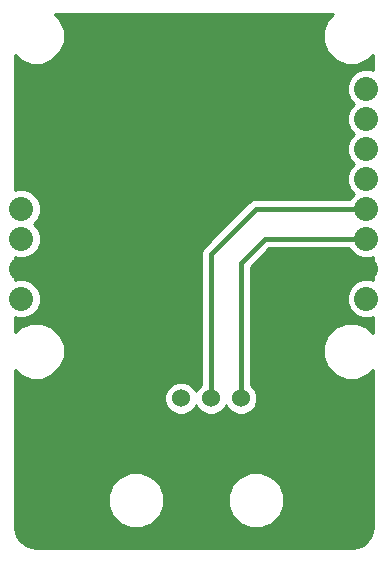
<source format=gbr>
G04 #@! TF.GenerationSoftware,KiCad,Pcbnew,(5.0.2)-1*
G04 #@! TF.CreationDate,2019-03-03T18:02:18-06:00*
G04 #@! TF.ProjectId,IMUBreakout_Hardware,494d5542-7265-4616-9b6f-75745f486172,rev?*
G04 #@! TF.SameCoordinates,Original*
G04 #@! TF.FileFunction,Copper,L2,Bot*
G04 #@! TF.FilePolarity,Positive*
%FSLAX46Y46*%
G04 Gerber Fmt 4.6, Leading zero omitted, Abs format (unit mm)*
G04 Created by KiCad (PCBNEW (5.0.2)-1) date 3/3/2019 6:02:18 PM*
%MOMM*%
%LPD*%
G01*
G04 APERTURE LIST*
G04 #@! TA.AperFunction,ComponentPad*
%ADD10C,2.032000*%
G04 #@! TD*
G04 #@! TA.AperFunction,ComponentPad*
%ADD11C,1.524000*%
G04 #@! TD*
G04 #@! TA.AperFunction,ViaPad*
%ADD12C,0.800000*%
G04 #@! TD*
G04 #@! TA.AperFunction,Conductor*
%ADD13C,0.381000*%
G04 #@! TD*
G04 #@! TA.AperFunction,Conductor*
%ADD14C,0.254000*%
G04 #@! TD*
G04 APERTURE END LIST*
D10*
G04 #@! TO.P,U1,12*
G04 #@! TO.N,Net-(U1-Pad12)*
X176017999Y-69036001D03*
G04 #@! TO.P,U1,11*
G04 #@! TO.N,Net-(U1-Pad11)*
X176017999Y-71576001D03*
G04 #@! TO.P,U1,10*
G04 #@! TO.N,Net-(U1-Pad10)*
X176017999Y-74116001D03*
G04 #@! TO.P,U1,9*
G04 #@! TO.N,Net-(U1-Pad9)*
X176017999Y-76656001D03*
G04 #@! TO.P,U1,8*
G04 #@! TO.N,TX*
X176017999Y-79196001D03*
G04 #@! TO.P,U1,7*
G04 #@! TO.N,RX*
X176017999Y-81736001D03*
G04 #@! TO.P,U1,6*
G04 #@! TO.N,+3V3*
X176017999Y-84276001D03*
G04 #@! TO.P,U1,5*
G04 #@! TO.N,GND*
X176017999Y-86816001D03*
G04 #@! TO.P,U1,4*
G04 #@! TO.N,Net-(U1-Pad4)*
X146808000Y-79196001D03*
G04 #@! TO.P,U1,3*
G04 #@! TO.N,Net-(U1-Pad3)*
X146808000Y-81736001D03*
G04 #@! TO.P,U1,2*
G04 #@! TO.N,+3V3*
X146808000Y-84276001D03*
G04 #@! TO.P,U1,1*
G04 #@! TO.N,GND*
X146808000Y-86816001D03*
G04 #@! TD*
D11*
G04 #@! TO.P,Conn1,1*
G04 #@! TO.N,RX*
X165404800Y-95250000D03*
G04 #@! TO.P,Conn1,2*
G04 #@! TO.N,TX*
X162864800Y-95250000D03*
G04 #@! TO.P,Conn1,3*
G04 #@! TO.N,GND*
X160324800Y-95250000D03*
G04 #@! TO.P,Conn1,4*
G04 #@! TO.N,+3V3*
X157784800Y-95250000D03*
G04 #@! TD*
D12*
G04 #@! TO.N,+3V3*
X168811804Y-101090688D03*
G04 #@! TD*
D13*
G04 #@! TO.N,TX*
X162864800Y-83007200D02*
X162864800Y-95250000D01*
X176017999Y-79196001D02*
X166675999Y-79196001D01*
X166675999Y-79196001D02*
X162864800Y-83007200D01*
G04 #@! TO.N,RX*
X176017999Y-81736001D02*
X167437999Y-81736001D01*
X165404800Y-83769200D02*
X165404800Y-95250000D01*
X167437999Y-81736001D02*
X165404800Y-83769200D01*
G04 #@! TD*
D14*
G04 #@! TO.N,+3V3*
G36*
X172702358Y-63229147D02*
X172335000Y-64116026D01*
X172335000Y-65075976D01*
X172702358Y-65962855D01*
X173381146Y-66641643D01*
X174268025Y-67009001D01*
X175227975Y-67009001D01*
X176114854Y-66641643D01*
X176582000Y-66174497D01*
X176582000Y-67482589D01*
X176346403Y-67385001D01*
X175689595Y-67385001D01*
X175082783Y-67636351D01*
X174618349Y-68100785D01*
X174366999Y-68707597D01*
X174366999Y-69364405D01*
X174618349Y-69971217D01*
X174953133Y-70306001D01*
X174618349Y-70640785D01*
X174366999Y-71247597D01*
X174366999Y-71904405D01*
X174618349Y-72511217D01*
X174953133Y-72846001D01*
X174618349Y-73180785D01*
X174366999Y-73787597D01*
X174366999Y-74444405D01*
X174618349Y-75051217D01*
X174953133Y-75386001D01*
X174618349Y-75720785D01*
X174366999Y-76327597D01*
X174366999Y-76984405D01*
X174618349Y-77591217D01*
X174953133Y-77926001D01*
X174618349Y-78260785D01*
X174572903Y-78370501D01*
X166757296Y-78370501D01*
X166675998Y-78354330D01*
X166594700Y-78370501D01*
X166594696Y-78370501D01*
X166353905Y-78418397D01*
X166080847Y-78600849D01*
X166034792Y-78669775D01*
X162338577Y-82365991D01*
X162269648Y-82412048D01*
X162087196Y-82685107D01*
X162039300Y-82925897D01*
X162023128Y-83007200D01*
X162039300Y-83088502D01*
X162039301Y-94099842D01*
X161680480Y-94458663D01*
X161594800Y-94665513D01*
X161509120Y-94458663D01*
X161116137Y-94065680D01*
X160602681Y-93853000D01*
X160046919Y-93853000D01*
X159533463Y-94065680D01*
X159140480Y-94458663D01*
X158927800Y-94972119D01*
X158927800Y-95527881D01*
X159140480Y-96041337D01*
X159533463Y-96434320D01*
X160046919Y-96647000D01*
X160602681Y-96647000D01*
X161116137Y-96434320D01*
X161509120Y-96041337D01*
X161594800Y-95834487D01*
X161680480Y-96041337D01*
X162073463Y-96434320D01*
X162586919Y-96647000D01*
X163142681Y-96647000D01*
X163656137Y-96434320D01*
X164049120Y-96041337D01*
X164134800Y-95834487D01*
X164220480Y-96041337D01*
X164613463Y-96434320D01*
X165126919Y-96647000D01*
X165682681Y-96647000D01*
X166196137Y-96434320D01*
X166589120Y-96041337D01*
X166801800Y-95527881D01*
X166801800Y-94972119D01*
X166589120Y-94458663D01*
X166230300Y-94099843D01*
X166230300Y-84111132D01*
X167779932Y-82561501D01*
X174572903Y-82561501D01*
X174618349Y-82671217D01*
X175082783Y-83135651D01*
X175689595Y-83387001D01*
X176346403Y-83387001D01*
X176582000Y-83289413D01*
X176582000Y-85262589D01*
X176346403Y-85165001D01*
X175689595Y-85165001D01*
X175082783Y-85416351D01*
X174618349Y-85880785D01*
X174366999Y-86487597D01*
X174366999Y-87144405D01*
X174618349Y-87751217D01*
X175082783Y-88215651D01*
X175689595Y-88467001D01*
X176346403Y-88467001D01*
X176582001Y-88369413D01*
X176582001Y-89687506D01*
X176114854Y-89220359D01*
X175227975Y-88853001D01*
X174268025Y-88853001D01*
X173381146Y-89220359D01*
X172702358Y-89899147D01*
X172335000Y-90786026D01*
X172335000Y-91745976D01*
X172702358Y-92632855D01*
X173381146Y-93311643D01*
X174268025Y-93679001D01*
X175227975Y-93679001D01*
X176114854Y-93311643D01*
X176582001Y-92844496D01*
X176582001Y-106063826D01*
X176519042Y-106562199D01*
X176350697Y-106987389D01*
X176081899Y-107357359D01*
X175729541Y-107648855D01*
X175315756Y-107843567D01*
X174833339Y-107935593D01*
X174740836Y-107938500D01*
X148126667Y-107938500D01*
X147628301Y-107875542D01*
X147203111Y-107707197D01*
X146833141Y-107438399D01*
X146541645Y-107086041D01*
X146346933Y-106672256D01*
X146254907Y-106189839D01*
X146252000Y-106097336D01*
X146252000Y-103416567D01*
X154154800Y-103416567D01*
X154154800Y-104355433D01*
X154514089Y-105222833D01*
X155177967Y-105886711D01*
X156045367Y-106246000D01*
X156984233Y-106246000D01*
X157851633Y-105886711D01*
X158515511Y-105222833D01*
X158874800Y-104355433D01*
X158874800Y-103416567D01*
X164314800Y-103416567D01*
X164314800Y-104355433D01*
X164674089Y-105222833D01*
X165337967Y-105886711D01*
X166205367Y-106246000D01*
X167144233Y-106246000D01*
X168011633Y-105886711D01*
X168675511Y-105222833D01*
X169034800Y-104355433D01*
X169034800Y-103416567D01*
X168675511Y-102549167D01*
X168011633Y-101885289D01*
X167144233Y-101526000D01*
X166205367Y-101526000D01*
X165337967Y-101885289D01*
X164674089Y-102549167D01*
X164314800Y-103416567D01*
X158874800Y-103416567D01*
X158515511Y-102549167D01*
X157851633Y-101885289D01*
X156984233Y-101526000D01*
X156045367Y-101526000D01*
X155177967Y-101885289D01*
X154514089Y-102549167D01*
X154154800Y-103416567D01*
X146252000Y-103416567D01*
X146252000Y-92852497D01*
X146711146Y-93311643D01*
X147598025Y-93679001D01*
X148557975Y-93679001D01*
X149444854Y-93311643D01*
X150123642Y-92632855D01*
X150491000Y-91745976D01*
X150491000Y-90786026D01*
X150123642Y-89899147D01*
X149444854Y-89220359D01*
X148557975Y-88853001D01*
X147598025Y-88853001D01*
X146711146Y-89220359D01*
X146252000Y-89679505D01*
X146252000Y-88372728D01*
X146479596Y-88467001D01*
X147136404Y-88467001D01*
X147743216Y-88215651D01*
X148207650Y-87751217D01*
X148459000Y-87144405D01*
X148459000Y-86487597D01*
X148207650Y-85880785D01*
X147743216Y-85416351D01*
X147136404Y-85165001D01*
X146479596Y-85165001D01*
X146252000Y-85259274D01*
X146252000Y-83292728D01*
X146479596Y-83387001D01*
X147136404Y-83387001D01*
X147743216Y-83135651D01*
X148207650Y-82671217D01*
X148459000Y-82064405D01*
X148459000Y-81407597D01*
X148207650Y-80800785D01*
X147872866Y-80466001D01*
X148207650Y-80131217D01*
X148459000Y-79524405D01*
X148459000Y-78867597D01*
X148207650Y-78260785D01*
X147743216Y-77796351D01*
X147136404Y-77545001D01*
X146479596Y-77545001D01*
X146252000Y-77639274D01*
X146252000Y-66182497D01*
X146711146Y-66641643D01*
X147598025Y-67009001D01*
X148557975Y-67009001D01*
X149444854Y-66641643D01*
X150123642Y-65962855D01*
X150491000Y-65075976D01*
X150491000Y-64116026D01*
X150123642Y-63229147D01*
X149643995Y-62749500D01*
X173182005Y-62749500D01*
X172702358Y-63229147D01*
X172702358Y-63229147D01*
G37*
X172702358Y-63229147D02*
X172335000Y-64116026D01*
X172335000Y-65075976D01*
X172702358Y-65962855D01*
X173381146Y-66641643D01*
X174268025Y-67009001D01*
X175227975Y-67009001D01*
X176114854Y-66641643D01*
X176582000Y-66174497D01*
X176582000Y-67482589D01*
X176346403Y-67385001D01*
X175689595Y-67385001D01*
X175082783Y-67636351D01*
X174618349Y-68100785D01*
X174366999Y-68707597D01*
X174366999Y-69364405D01*
X174618349Y-69971217D01*
X174953133Y-70306001D01*
X174618349Y-70640785D01*
X174366999Y-71247597D01*
X174366999Y-71904405D01*
X174618349Y-72511217D01*
X174953133Y-72846001D01*
X174618349Y-73180785D01*
X174366999Y-73787597D01*
X174366999Y-74444405D01*
X174618349Y-75051217D01*
X174953133Y-75386001D01*
X174618349Y-75720785D01*
X174366999Y-76327597D01*
X174366999Y-76984405D01*
X174618349Y-77591217D01*
X174953133Y-77926001D01*
X174618349Y-78260785D01*
X174572903Y-78370501D01*
X166757296Y-78370501D01*
X166675998Y-78354330D01*
X166594700Y-78370501D01*
X166594696Y-78370501D01*
X166353905Y-78418397D01*
X166080847Y-78600849D01*
X166034792Y-78669775D01*
X162338577Y-82365991D01*
X162269648Y-82412048D01*
X162087196Y-82685107D01*
X162039300Y-82925897D01*
X162023128Y-83007200D01*
X162039300Y-83088502D01*
X162039301Y-94099842D01*
X161680480Y-94458663D01*
X161594800Y-94665513D01*
X161509120Y-94458663D01*
X161116137Y-94065680D01*
X160602681Y-93853000D01*
X160046919Y-93853000D01*
X159533463Y-94065680D01*
X159140480Y-94458663D01*
X158927800Y-94972119D01*
X158927800Y-95527881D01*
X159140480Y-96041337D01*
X159533463Y-96434320D01*
X160046919Y-96647000D01*
X160602681Y-96647000D01*
X161116137Y-96434320D01*
X161509120Y-96041337D01*
X161594800Y-95834487D01*
X161680480Y-96041337D01*
X162073463Y-96434320D01*
X162586919Y-96647000D01*
X163142681Y-96647000D01*
X163656137Y-96434320D01*
X164049120Y-96041337D01*
X164134800Y-95834487D01*
X164220480Y-96041337D01*
X164613463Y-96434320D01*
X165126919Y-96647000D01*
X165682681Y-96647000D01*
X166196137Y-96434320D01*
X166589120Y-96041337D01*
X166801800Y-95527881D01*
X166801800Y-94972119D01*
X166589120Y-94458663D01*
X166230300Y-94099843D01*
X166230300Y-84111132D01*
X167779932Y-82561501D01*
X174572903Y-82561501D01*
X174618349Y-82671217D01*
X175082783Y-83135651D01*
X175689595Y-83387001D01*
X176346403Y-83387001D01*
X176582000Y-83289413D01*
X176582000Y-85262589D01*
X176346403Y-85165001D01*
X175689595Y-85165001D01*
X175082783Y-85416351D01*
X174618349Y-85880785D01*
X174366999Y-86487597D01*
X174366999Y-87144405D01*
X174618349Y-87751217D01*
X175082783Y-88215651D01*
X175689595Y-88467001D01*
X176346403Y-88467001D01*
X176582001Y-88369413D01*
X176582001Y-89687506D01*
X176114854Y-89220359D01*
X175227975Y-88853001D01*
X174268025Y-88853001D01*
X173381146Y-89220359D01*
X172702358Y-89899147D01*
X172335000Y-90786026D01*
X172335000Y-91745976D01*
X172702358Y-92632855D01*
X173381146Y-93311643D01*
X174268025Y-93679001D01*
X175227975Y-93679001D01*
X176114854Y-93311643D01*
X176582001Y-92844496D01*
X176582001Y-106063826D01*
X176519042Y-106562199D01*
X176350697Y-106987389D01*
X176081899Y-107357359D01*
X175729541Y-107648855D01*
X175315756Y-107843567D01*
X174833339Y-107935593D01*
X174740836Y-107938500D01*
X148126667Y-107938500D01*
X147628301Y-107875542D01*
X147203111Y-107707197D01*
X146833141Y-107438399D01*
X146541645Y-107086041D01*
X146346933Y-106672256D01*
X146254907Y-106189839D01*
X146252000Y-106097336D01*
X146252000Y-103416567D01*
X154154800Y-103416567D01*
X154154800Y-104355433D01*
X154514089Y-105222833D01*
X155177967Y-105886711D01*
X156045367Y-106246000D01*
X156984233Y-106246000D01*
X157851633Y-105886711D01*
X158515511Y-105222833D01*
X158874800Y-104355433D01*
X158874800Y-103416567D01*
X164314800Y-103416567D01*
X164314800Y-104355433D01*
X164674089Y-105222833D01*
X165337967Y-105886711D01*
X166205367Y-106246000D01*
X167144233Y-106246000D01*
X168011633Y-105886711D01*
X168675511Y-105222833D01*
X169034800Y-104355433D01*
X169034800Y-103416567D01*
X168675511Y-102549167D01*
X168011633Y-101885289D01*
X167144233Y-101526000D01*
X166205367Y-101526000D01*
X165337967Y-101885289D01*
X164674089Y-102549167D01*
X164314800Y-103416567D01*
X158874800Y-103416567D01*
X158515511Y-102549167D01*
X157851633Y-101885289D01*
X156984233Y-101526000D01*
X156045367Y-101526000D01*
X155177967Y-101885289D01*
X154514089Y-102549167D01*
X154154800Y-103416567D01*
X146252000Y-103416567D01*
X146252000Y-92852497D01*
X146711146Y-93311643D01*
X147598025Y-93679001D01*
X148557975Y-93679001D01*
X149444854Y-93311643D01*
X150123642Y-92632855D01*
X150491000Y-91745976D01*
X150491000Y-90786026D01*
X150123642Y-89899147D01*
X149444854Y-89220359D01*
X148557975Y-88853001D01*
X147598025Y-88853001D01*
X146711146Y-89220359D01*
X146252000Y-89679505D01*
X146252000Y-88372728D01*
X146479596Y-88467001D01*
X147136404Y-88467001D01*
X147743216Y-88215651D01*
X148207650Y-87751217D01*
X148459000Y-87144405D01*
X148459000Y-86487597D01*
X148207650Y-85880785D01*
X147743216Y-85416351D01*
X147136404Y-85165001D01*
X146479596Y-85165001D01*
X146252000Y-85259274D01*
X146252000Y-83292728D01*
X146479596Y-83387001D01*
X147136404Y-83387001D01*
X147743216Y-83135651D01*
X148207650Y-82671217D01*
X148459000Y-82064405D01*
X148459000Y-81407597D01*
X148207650Y-80800785D01*
X147872866Y-80466001D01*
X148207650Y-80131217D01*
X148459000Y-79524405D01*
X148459000Y-78867597D01*
X148207650Y-78260785D01*
X147743216Y-77796351D01*
X147136404Y-77545001D01*
X146479596Y-77545001D01*
X146252000Y-77639274D01*
X146252000Y-66182497D01*
X146711146Y-66641643D01*
X147598025Y-67009001D01*
X148557975Y-67009001D01*
X149444854Y-66641643D01*
X150123642Y-65962855D01*
X150491000Y-65075976D01*
X150491000Y-64116026D01*
X150123642Y-63229147D01*
X149643995Y-62749500D01*
X173182005Y-62749500D01*
X172702358Y-63229147D01*
G04 #@! TD*
M02*

</source>
